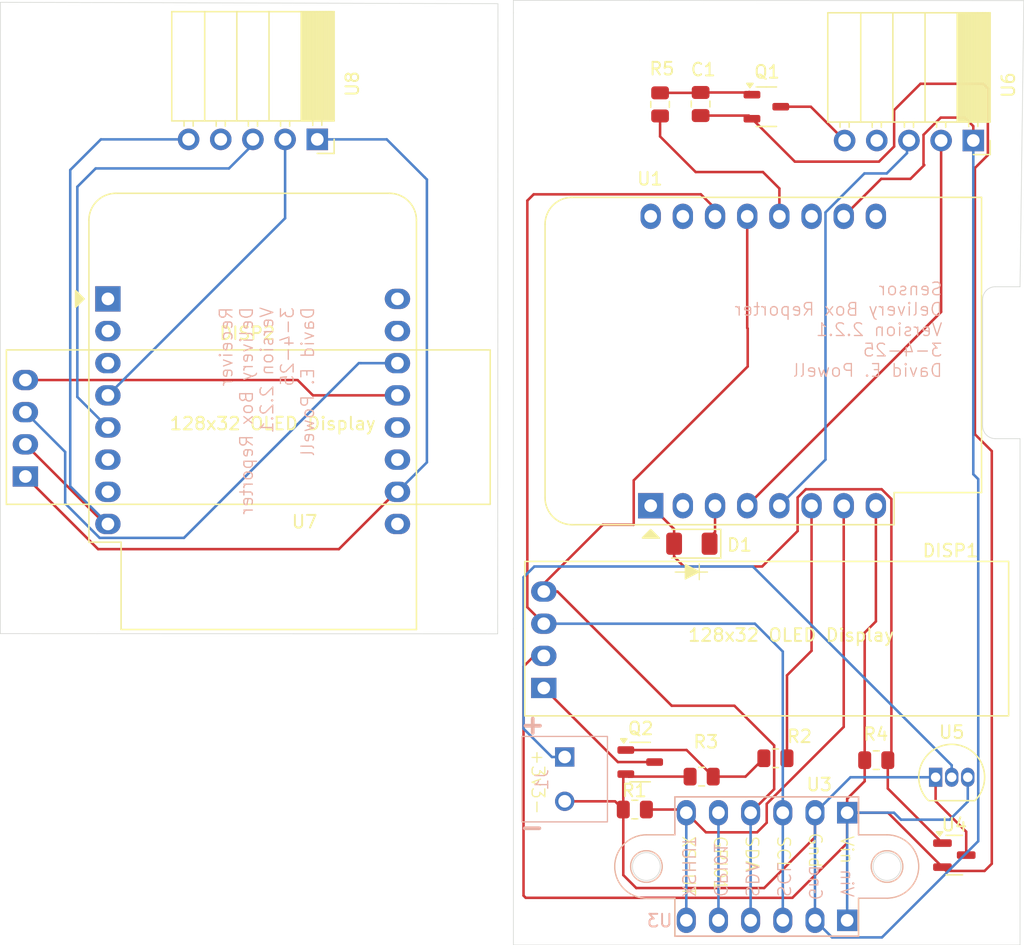
<source format=kicad_pcb>
(kicad_pcb (version 20240108) (generator "pcbnew") (generator_version "8.0")
  (layers (0 "F.Cu" signal) (31 "B.Cu" signal) (36 "B.SilkS" user "B.Silkscreen") (37 "F.SilkS" user "F.Silkscreen") (38 "B.Mask" user) (39 "F.Mask" user) (44 "Edge.Cuts" user))
  (net 0 "")
  (net 1 "Net-(D1-K)")
  (net 2 "Net-(D1-A)")
  (net 3 "Earth")
  (net 4 "Net-(Q2-B)")
  (net 5 "Net-(DISP1-Gnd)")
  (net 6 "Net-(U1-MOSI{slash}D7)")
  (net 10 "+3.3V")
  (net 12 "Net-(DISP1-SCL)")
  (net 13 "Net-(U1-CS{slash}D8)")
  (net 14 "Net-(DISP2-SCL)")
  (net 16 "Net-(DISP1-SDA)")
  (net 17 "unconnected-(U3-GPIO1-Pad5)")
  (net 18 "/SS RX")
  (net 19 "/SS TX")
  (net 21 "Net-(J1-Pin_1)")
  (net 22 "Net-(DISP2-SDA)")
  (net 26 "Net-(DISP2-Gnd)")
  (net 27 "/Receiver/SS TX")
  (net 35 "/Receiver/SS RX")
  (net 37 "/Receiver/3v3B")
  (net 38 "Net-(Q1-C)")
  (net 39 "Net-(Q1-B)")
  (net 40 "/LoRa En")
  (footprint "Resistor_SMD:R_0805_2012Metric" (layer "F.Cu") (at 143.4875 115.15)
    (property "Reference" "R2")
    (property "Value" "10K")
  )
  (footprint "Connector_PinSocket_2.54mm:PinSocket_1x05_P2.54mm_Horizontal" (layer "F.Cu") (at 107.315 66.26 -90)
    (property "Reference" "U8")
    (property "Value" "~")
  )
  (footprint "Package_TO_SOT_THT:TO-92_Inline" (layer "F.Cu") (at 156.135 116.65)
    (property "Reference" "U5")
    (property "Value" "MCP1702-3302E")
  )
  (footprint "Package_TO_SOT_SMD:SOT-23" (layer "F.Cu") (at 157.6125 122.8)
    (property "Reference" "U4")
    (property "Value" "TLV803EA30VDBZR")
  )
  (footprint "Connector_PinSocket_2.54mm:PinSocket_1x05_P2.54mm_Horizontal" (layer "F.Cu") (at 159.11 66.35 -90)
    (property "Reference" "U6")
    (property "Value" "~")
  )
  (footprint "Resistor_SMD:R_0805_2012Metric" (layer "F.Cu") (at 137.58 63.4675 90)
    (property "Reference" "C1")
    (property "Value" "22 μF")
  )
  (footprint "Resistor_SMD:R_0805_2012Metric" (layer "F.Cu") (at 132.3875 119.2)
    (property "Reference" "R1")
    (property "Value" "10K")
  )
  (footprint "Resistor_SMD:R_0805_2012Metric" (layer "F.Cu") (at 151.4475 115.3 180)
    (property "Reference" "R4")
    (property "Value" "10K")
  )
  (footprint "Resistor_SMD:R_0805_2012Metric" (layer "F.Cu") (at 137.6625 116.6)
    (property "Reference" "R3")
    (property "Value" "10K")
  )
  (footprint "Module:WEMOS_D1_mini_light" (layer "F.Cu") (at 90.785 78.86)
    (property "Reference" "U7")
    (property "Value" "WeMos_D1_mini")
  )
  (footprint "Davids_Footprints:MMBT3904-7-F_SOT-23-3" (layer "F.Cu") (at 142.7725 63.68)
    (property "Reference" "Q1")
    (property "Value" "2N3906")
  )
  (footprint "Davids_Footprints:OLED_0.91_128x32" (layer "F.Cu") (at 125.1732 109.5902)
    (property "Reference" "DISP1")
    (property "Value" "128x32_OLED_Display" (hide yes))
  )
  (footprint "Davids_Footprints:OLED_0.91_128x32" (layer "F.Cu") (at 84.2432 92.8802)
    (property "Reference" "DISP2")
    (property "Value" "128x32_OLED_Display" (hide yes))
  )
  (footprint "Module:WEMOS_D1_mini_light" (layer "F.Cu") (at 133.64 95.2 90)
    (property "Reference" "U1")
    (property "Value" "ESP8266 D1 Mini")
  )
  (footprint "Diode_SMD:D_1206_3216Metric" (layer "F.Cu") (at 136.8875 98.2 180)
    (property "Reference" "D1")
    (property "Value" "1N914")
  )
  (footprint "Resistor_SMD:R_0805_2012Metric" (layer "F.Cu") (at 134.38 63.4975 90)
    (property "Reference" "R5")
    (property "Value" "1K")
  )
  (footprint "Davids_Footprints:MMBT3904-7-F_SOT-23-3" (layer "F.Cu") (at 132.8125 115.45)
    (property "Reference" "Q2")
    (property "Value" "2N3904")
  )
  (footprint "Davids_Footprints:GY-VL53LOX-V2 Distance Sensor" (layer "F.Cu") (at 142.8 119.45 180)
    (property "Reference" "U3")
    (property "Value" "~")
  )
  (footprint "Davids_Footprints:GY-VL53LOX-V2 Distance Sensor" (layer "B.Cu") (at 142.8 127.95 180)
    (property "Reference" "U3")
    (property "Value" "~")
  )
  (footprint "Davids_Footprints:KF350 2 Pin Terminal Block" (layer "B.Cu") (at 126.85 115.05 -90)
    (property "Reference" "J1")
    (property "Value" "Solar Power 4v-6v")
  )
  (gr_line (start 137.475 99.79) (end 137.475 101.04) (stroke (width 0.1)) (layer "F.SilkS"))
  (gr_poly (pts (xy 136.375 99.84) (xy 136.375 100.99) (xy 137.475 100.415)) (stroke (width 0.1)) (fill solid) (layer "F.SilkS"))
  (gr_line (start 135.575 100.44) (end 138.125 100.44) (stroke (width 0.1)) (layer "F.SilkS"))
  (gr_line (start 162.8 129.9) (end 122.8 129.9) (stroke (width 0.05)) (layer "Edge.Cuts"))
  (gr_line (start 82.29 105.3) (end 82.3 55.43) (stroke (width 0.05)) (layer "Edge.Cuts"))
  (gr_line (start 122.8 56.275) (end 122.8 55.275) (stroke (width 0.05)) (layer "Edge.Cuts"))
  (gr_line (start 163.1 55.3) (end 162.8 77.9) (stroke (width 0.05)) (layer "Edge.Cuts"))
  (gr_line (start 122.8 55.275) (end 163.1 55.3) (stroke (width 0.05)) (layer "Edge.Cuts"))
  (gr_line (start 121.58 55.54) (end 121.56 105.32) (stroke (width 0.05)) (layer "Edge.Cuts"))
  (gr_arc (start 160.85 89.9) (mid 160.142893 89.607107) (end 159.85 88.9) (stroke (width 0.05)) (layer "Edge.Cuts"))
  (gr_line (start 159.85 78.9) (end 159.85 88.9) (stroke (width 0.05)) (layer "Edge.Cuts"))
  (gr_line (start 162.8 89.9) (end 162.8 129.9) (stroke (width 0.05)) (layer "Edge.Cuts"))
  (gr_line (start 122.8 129.9) (end 122.8 104.91) (stroke (width 0.05)) (layer "Edge.Cuts"))
  (gr_arc (start 159.85 78.9) (mid 160.142893 78.192893) (end 160.85 77.9) (stroke (width 0.05)) (layer "Edge.Cuts"))
  (gr_line (start 122.8 104.91) (end 122.8 56.275) (stroke (width 0.05)) (layer "Edge.Cuts"))
  (gr_circle (center 133.3 123.7) (end 134.4 123.7) (stroke (width 0.05)) (fill none) (layer "Edge.Cuts"))
  (gr_line (start 162.8 89.9) (end 160.85 89.9) (stroke (width 0.05)) (layer "Edge.Cuts"))
  (gr_line (start 162.8 77.9) (end 160.85 77.9) (stroke (width 0.05)) (layer "Edge.Cuts"))
  (gr_line (start 82.3 55.43) (end 121.58 55.54) (stroke (width 0.05)) (layer "Edge.Cuts"))
  (gr_circle (center 152.3 123.7) (end 153.4 123.7) (stroke (width 0.05)) (fill none) (layer "Edge.Cuts"))
  (gr_line (start 121.56 105.32) (end 82.29 105.3) (stroke (width 0.05)) (layer "Edge.Cuts"))
  (gr_text "+" (at 123.2 113.35 0) (layer "B.SilkS") (effects (font (size 1.5 1.5) (thickness 0.3) (bold yes)) (justify left bottom)))
  (gr_text "Receiver\nDelivery Box Reporter\nVersion 2.2.1\n3-4-25\nDavid E. Powell" (at 107.145 79.43 90) (layer "B.SilkS") (effects (font (size 1 1) (thickness 0.1)) (justify left bottom mirror)))
  (gr_text "Sensor\nDelivery Box Reporter\nVersion 2.2.1\n3-4-25\nDavid E. Powell" (at 156.74 85.1 0) (layer "B.SilkS") (effects (font (size 1 1) (thickness 0.1)) (justify left bottom mirror)))
  (gr_text "-" (at 123.15 121.45 0) (layer "B.SilkS") (effects (font (size 1.5 1.5) (thickness 0.3) (bold yes)) (justify left bottom)))
  (gr_text "+3v3-" (at 124.15 114.4 -90) (layer "F.SilkS") (effects (font (size 1 1) (thickness 0.1)) (justify left bottom)))
  (segment (start 138.72 95.2) (end 138.72 97.28) (width 0.2) (layer "F.Cu") (net 1))
  (segment (start 138.72 97.28) (end 137.8 98.2) (width 0.2) (layer "F.Cu") (net 1))
  (segment (start 133.64 95.2) (end 135.4875 97.0475) (width 0.2) (layer "F.Cu") (net 2))
  (segment (start 135.4875 99.2275) (end 136.26 100) (width 0.2) (layer "F.Cu") (net 2))
  (segment (start 151.875635 93.9) (end 152.642843 94.667208) (width 0.2) (layer "F.Cu") (net 2))
  (segment (start 152.36 117.535) (end 156.392158 121.567158) (width 0.2) (layer "F.Cu") (net 2))
  (segment (start 152.36 115.3) (end 152.36 117.535) (width 0.2) (layer "F.Cu") (net 2))
  (segment (start 152.642843 94.667208) (end 152.642843 115.017158) (width 0.2) (layer "F.Cu") (net 2))
  (segment (start 145.884365 93.9) (end 151.875635 93.9) (width 0.2) (layer "F.Cu") (net 2))
  (segment (start 142.44 100) (end 145.24 97.2) (width 0.2) (layer "F.Cu") (net 2))
  (segment (start 135.4875 97.0475) (end 135.4875 98.2) (width 0.2) (layer "F.Cu") (net 2))
  (segment (start 135.4875 98.2) (end 135.4875 99.2275) (width 0.2) (layer "F.Cu") (net 2))
  (segment (start 145.24 94.544365) (end 145.884365 93.9) (width 0.2) (layer "F.Cu") (net 2))
  (segment (start 136.26 100) (end 142.44 100) (width 0.2) (layer "F.Cu") (net 2))
  (segment (start 145.24 97.2) (end 145.24 94.544365) (width 0.2) (layer "F.Cu") (net 2))
  (segment (start 154.15 69.38) (end 151.84 69.38) (width 0.2) (layer "F.Cu") (net 3))
  (segment (start 155.18 65.9) (end 155.18 68.23) (width 0.2) (layer "F.Cu") (net 3))
  (segment (start 158.55 120.95) (end 156.135 118.535) (width 0.2) (layer "F.Cu") (net 3))
  (segment (start 158.55 122.8) (end 158.55 120.95) (width 0.2) (layer "F.Cu") (net 3))
  (segment (start 155.24 68.29) (end 154.15 69.38) (width 0.2) (layer "F.Cu") (net 3))
  (segment (start 158.43 64.54) (end 156.54 64.54) (width 0.2) (layer "F.Cu") (net 3))
  (segment (start 131.475 119.2) (end 131.475 124.375) (width 0.2) (layer "F.Cu") (net 3))
  (segment (start 126.8 118.55) (end 130.825 118.55) (width 0.2) (layer "F.Cu") (net 3))
  (segment (start 131.675 116.4) (end 131.7 116.4) (width 0.2) (layer "F.Cu") (net 3))
  (segment (start 159.11 65.22) (end 158.43 64.54) (width 0.2) (layer "F.Cu") (net 3))
  (segment (start 156.135 118.535) (end 156.135 116.65) (width 0.2) (layer "F.Cu") (net 3))
  (segment (start 132.5 125.4) (end 142.6 125.4) (width 0.2) (layer "F.Cu") (net 3))
  (segment (start 131.475 124.375) (end 132.5 125.4) (width 0.2) (layer "F.Cu") (net 3))
  (segment (start 146.61 121.39) (end 146.61 119.45) (width 0.2) (layer "F.Cu") (net 3))
  (segment (start 151.84 69.38) (end 148.88 72.34) (width 0.2) (layer "F.Cu") (net 3))
  (segment (start 130.825 118.55) (end 131.475 119.2) (width 0.2) (layer "F.Cu") (net 3))
  (segment (start 131.475 116.6) (end 131.675 116.4) (width 0.2) (layer "F.Cu") (net 3))
  (segment (start 131.475 119.2) (end 131.475 116.6) (width 0.2) (layer "F.Cu") (net 3))
  (segment (start 156.54 64.54) (end 155.18 65.9) (width 0.2) (layer "F.Cu") (net 3))
  (segment (start 159.11 66.35) (end 159.11 65.22) (width 0.2) (layer "F.Cu") (net 3))
  (segment (start 131.9 116.6) (end 136.75 116.6) (width 0.2) (layer "F.Cu") (net 3))
  (segment (start 155.18 68.23) (end 155.24 68.29) (width 0.2) (layer "F.Cu") (net 3))
  (segment (start 142.6 125.4) (end 146.61 121.39) (width 0.2) (layer "F.Cu") (net 3))
  (segment (start 131.7 116.4) (end 131.9 116.6) (width 0.2) (layer "F.Cu") (net 3))
  (segment (start 147.96 129.3) (end 146.61 127.95) (width 0.2) (layer "B.Cu") (net 3))
  (segment (start 148.88 72.53) (end 148.88 72.34) (width 0.2) (layer "B.Cu") (net 3))
  (segment (start 159.5 121.7) (end 151.9 129.3) (width 0.2) (layer "B.Cu") (net 3))
  (segment (start 159.11 66.35) (end 159.11 92.71) (width 0.2) (layer "B.Cu") (net 3))
  (segment (start 149.41 116.65) (end 156.135 116.65) (width 0.2) (layer "B.Cu") (net 3))
  (segment (start 159.11 92.71) (end 159.5 93.1) (width 0.2) (layer "B.Cu") (net 3))
  (segment (start 146.61 119.45) (end 149.41 116.65) (width 0.2) (layer "B.Cu") (net 3))
  (segment (start 159.5 93.1) (end 159.5 121.7) (width 0.2) (layer "B.Cu") (net 3))
  (segment (start 151.9 129.3) (end 147.96 129.3) (width 0.2) (layer "B.Cu") (net 3))
  (segment (start 146.61 127.95) (end 146.61 119.45) (width 0.2) (layer "B.Cu") (net 3))
  (segment (start 141.125 116.6) (end 142.575 115.15) (width 0.2) (layer "F.Cu") (net 4))
  (segment (start 138.575 116.6) (end 141.125 116.6) (width 0.2) (layer "F.Cu") (net 4))
  (segment (start 136.475 114.5) (end 138.575 116.6) (width 0.2) (layer "F.Cu") (net 4))
  (segment (start 131.675 114.5) (end 136.475 114.5) (width 0.2) (layer "F.Cu") (net 4))
  (segment (start 131.05 115.45) (end 125.2 109.6) (width 0.2) (layer "F.Cu") (net 5))
  (segment (start 133.95 115.45) (end 131.05 115.45) (width 0.2) (layer "F.Cu") (net 5))
  (segment (start 146.34 106.66) (end 146.34 95.2) (width 0.2) (layer "F.Cu") (net 6))
  (segment (start 144.4 108.6) (end 146.34 106.66) (width 0.2) (layer "F.Cu") (net 6))
  (segment (start 144.4 115.15) (end 144.4 108.6) (width 0.2) (layer "F.Cu") (net 6))
  (segment (start 151.66 68.02) (end 152.86 66.82) (width 0.2) (layer "F.Cu") (net 10))
  (segment (start 154.94 61.87) (end 159.9 61.87) (width 0.2) (layer "F.Cu") (net 10))
  (segment (start 160.26 67.5) (end 159.239044 68.520956) (width 0.2) (layer "F.Cu") (net 10))
  (segment (start 149.15 118.35) (end 150.535 116.965) (width 0.2) (layer "F.Cu") (net 10))
  (segment (start 152.375 119.45) (end 149.15 119.45) (width 0.2) (layer "F.Cu") (net 10))
  (segment (start 151.42 95.2) (end 151.42 104.34) (width 0.2) (layer "F.Cu") (net 10))
  (segment (start 158.55 116.775) (end 158.675 116.65) (width 0.2) (layer "F.Cu") (net 10))
  (segment (start 156.974999 124.049999) (end 156.675 123.75) (width 0.2) (layer "F.Cu") (net 10))
  (segment (start 141.635 64.63) (end 145.025 68.02) (width 0.2) (layer "F.Cu") (net 10))
  (segment (start 159.239044 89.555453) (end 160.57 90.886409) (width 0.2) (layer "F.Cu") (net 10))
  (segment (start 123.773067 126.173067) (end 144.826933 126.173067) (width 0.2) (layer "F.Cu") (net 10))
  (segment (start 141.635 64.705) (end 141.705 64.775) (width 0.2) (layer "F.Cu") (net 10))
  (segment (start 145.025 68.02) (end 151.66 68.02) (width 0.2) (layer "F.Cu") (net 10))
  (segment (start 150.535 116.965) (end 150.535 115.3) (width 0.2) (layer "F.Cu") (net 10))
  (segment (start 149.15 121.85) (end 149.15 119.45) (width 0.2) (layer "F.Cu") (net 10))
  (segment (start 156.675 123.75) (end 152.375 119.45) (width 0.2) (layer "F.Cu") (net 10))
  (segment (start 137.58 64.38) (end 141.385 64.38) (width 0.2) (layer "F.Cu") (net 10))
  (segment (start 125.2 107.06) (end 125.06 107.2) (width 0.2) (layer "F.Cu") (net 10))
  (segment (start 141.385 64.38) (end 141.635 64.63) (width 0.2) (layer "F.Cu") (net 10))
  (segment (start 150.51 105.45) (end 150.535 105.475) (width 0.2) (layer "F.Cu") (net 10))
  (segment (start 150.535 105.475) (end 150.535 115.3) (width 0.2) (layer "F.Cu") (net 10))
  (segment (start 160.000001 124.049999) (end 156.974999 124.049999) (width 0.2) (layer "F.Cu") (net 10))
  (segment (start 152.86 63.95) (end 154.94 61.87) (width 0.2) (layer "F.Cu") (net 10))
  (segment (start 152.86 66.82) (end 152.86 63.95) (width 0.2) (layer "F.Cu") (net 10))
  (segment (start 159.239044 68.520956) (end 159.239044 89.555453) (width 0.2) (layer "F.Cu") (net 10))
  (segment (start 123.6 126) (end 123.773067 126.173067) (width 0.2) (layer "F.Cu") (net 10))
  (segment (start 159.9 61.87) (end 160.26 62.23) (width 0.2) (layer "F.Cu") (net 10))
  (segment (start 123.6 107.9) (end 123.6 126) (width 0.2) (layer "F.Cu") (net 10))
  (segment (start 160.57 90.886409) (end 160.57 123.48) (width 0.2) (layer "F.Cu") (net 10))
  (segment (start 144.826933 126.173067) (end 149.15 121.85) (width 0.2) (layer "F.Cu") (net 10))
  (segment (start 150.51 105.25) (end 150.51 105.45) (width 0.2) (layer "F.Cu") (net 10))
  (segment (start 149.15 119.45) (end 149.15 118.35) (width 0.2) (layer "F.Cu") (net 10))
  (segment (start 151.42 104.34) (end 150.51 105.25) (width 0.2) (layer "F.Cu") (net 10))
  (segment (start 160.57 123.48) (end 160.000001 124.049999) (width 0.2) (layer "F.Cu") (net 10))
  (segment (start 124.3 107.2) (end 123.6 107.9) (width 0.2) (layer "F.Cu") (net 10))
  (segment (start 160.26 62.23) (end 160.26 67.5) (width 0.2) (layer "F.Cu") (net 10))
  (segment (start 141.635 64.63) (end 141.635 64.705) (width 0.2) (layer "F.Cu") (net 10))
  (segment (start 125.06 107.2) (end 124.3 107.2) (width 0.2) (layer "F.Cu") (net 10))
  (segment (start 158.675 116.65) (end 158.675 118.575) (width 0.2) (layer "B.Cu") (net 10))
  (segment (start 152.85 119.45) (end 149.15 119.45) (width 0.2) (layer "B.Cu") (net 10))
  (segment (start 158.675 118.575) (end 157.25 120) (width 0.2) (layer "B.Cu") (net 10))
  (segment (start 149.15 127.95) (end 149.15 119.45) (width 0.2) (layer "B.Cu") (net 10))
  (segment (start 157.25 120) (end 153.4 120) (width 0.2) (layer "B.Cu") (net 10))
  (segment (start 153.4 120) (end 152.85 119.45) (width 0.2) (layer "B.Cu") (net 10))
  (segment (start 124.4 70.6) (end 137.6 70.6) (width 0.2) (layer "F.Cu") (net 12))
  (segment (start 137.6 70.6) (end 138.72 71.72) (width 0.2) (layer "F.Cu") (net 12))
  (segment (start 123.9 103.22) (end 123.9 71.1) (width 0.2) (layer "F.Cu") (net 12))
  (segment (start 123.9 71.1) (end 124.4 70.6) (width 0.2) (layer "F.Cu") (net 12))
  (segment (start 125.2 104.52) (end 123.9 103.22) (width 0.2) (layer "F.Cu") (net 12))
  (segment (start 138.72 71.72) (end 138.72 72.34) (width 0.2) (layer "F.Cu") (net 12))
  (segment (start 144.07 106.72) (end 141.87 104.52) (width 0.2) (layer "B.Cu") (net 12))
  (segment (start 144.07 119.45) (end 144.07 106.72) (width 0.2) (layer "B.Cu") (net 12))
  (segment (start 144.07 127.95) (end 144.07 119.45) (width 0.2) (layer "B.Cu") (net 12))
  (segment (start 141.87 104.52) (end 125.2 104.52) (width 0.2) (layer "B.Cu") (net 12))
  (segment (start 142.8 120.24044) (end 142.04044 121) (width 0.2) (layer "F.Cu") (net 13))
  (segment (start 148.88 95.2) (end 148.88 112.671155) (width 0.2) (layer "F.Cu") (net 13))
  (segment (start 142.8 118.751155) (end 142.8 120.24044) (width 0.2) (layer "F.Cu") (net 13))
  (segment (start 136.2 119.2) (end 136.45 119.45) (width 0.2) (layer "F.Cu") (net 13))
  (segment (start 133.3 119.2) (end 136.2 119.2) (width 0.2) (layer "F.Cu") (net 13))
  (segment (start 142.04044 121) (end 138 121) (width 0.2) (layer "F.Cu") (net 13))
  (segment (start 148.88 112.671155) (end 142.8 118.751155) (width 0.2) (layer "F.Cu") (net 13))
  (segment (start 138 121) (end 136.45 119.45) (width 0.2) (layer "F.Cu") (net 13))
  (segment (start 136.45 127.95) (end 136.45 119.45) (width 0.2) (layer "B.Cu") (net 13))
  (segment (start 110.73 83.93) (end 110.74 83.94) (width 0.2) (layer "B.Cu") (net 14))
  (segment (start 87.41 95.020635) (end 90.129365 97.74) (width 0.2) (layer "B.Cu") (net 14))
  (segment (start 87.41 90.95) (end 87.41 95.020635) (width 0.2) (layer "B.Cu") (net 14))
  (segment (start 110.74 83.94) (end 113.645 83.94) (width 0.2) (layer "B.Cu") (net 14))
  (segment (start 84.27 87.81) (end 87.41 90.95) (width 0.2) (layer "B.Cu") (net 14))
  (segment (start 110.6 83.93) (end 110.73 83.93) (width 0.2) (layer "B.Cu") (net 14))
  (segment (start 90.129365 97.74) (end 96.79 97.74) (width 0.2) (layer "B.Cu") (net 14))
  (segment (start 96.79 97.74) (end 110.6 83.93) (width 0.2) (layer "B.Cu") (net 14))
  (segment (start 141.3 81.2) (end 141.3 84.2) (width 0.2) (layer "F.Cu") (net 16))
  (segment (start 141.3 84.2) (end 132.3 93.2) (width 0.2) (layer "F.Cu") (net 16))
  (segment (start 132.3 96.7) (end 129.86 96.7) (width 0.2) (layer "F.Cu") (net 16))
  (segment (start 141.05 118.97) (end 141.53 119.45) (width 0.2) (layer "F.Cu") (net 16))
  (segment (start 132.3 93.2) (end 132.3 96.7) (width 0.2) (layer "F.Cu") (net 16))
  (segment (start 141.26 81.16) (end 141.3 81.2) (width 0.2) (layer "F.Cu") (net 16))
  (segment (start 141.26 72.34) (end 141.26 81.16) (width 0.2) (layer "F.Cu") (net 16))
  (segment (start 126.27763 101.98) (end 135.29763 111) (width 0.2) (layer "F.Cu") (net 16))
  (segment (start 140.25 111) (end 143.3875 114.1375) (width 0.2) (layer "F.Cu") (net 16))
  (segment (start 143.3875 117.5925) (end 141.53 119.45) (width 0.2) (layer "F.Cu") (net 16))
  (segment (start 125.2 101.98) (end 126.27763 101.98) (width 0.2) (layer "F.Cu") (net 16))
  (segment (start 125.2 101.36) (end 125.2 101.98) (width 0.2) (layer "F.Cu") (net 16))
  (segment (start 135.29763 111) (end 140.25 111) (width 0.2) (layer "F.Cu") (net 16))
  (segment (start 129.86 96.7) (end 125.2 101.36) (width 0.2) (layer "F.Cu") (net 16))
  (segment (start 143.3875 114.1375) (end 143.3875 117.5925) (width 0.2) (layer "F.Cu") (net 16))
  (segment (start 141.53 127.95) (end 141.53 119.45) (width 0.2) (layer "B.Cu") (net 16))
  (segment (start 138.99 127.95) (end 138.99 119.45) (width 0.2) (layer "B.Cu") (net 17))
  (segment (start 141.26 95.2) (end 156.57 79.89) (width 0.2) (layer "F.Cu") (net 18))
  (segment (start 156.57 79.89) (end 156.57 66.35) (width 0.2) (layer "F.Cu") (net 18))
  (segment (start 153.875 66.505) (end 154.03 66.35) (width 0.2) (layer "B.Cu") (net 19))
  (segment (start 152.275 68.95) (end 153.875 67.35) (width 0.2) (layer "B.Cu") (net 19))
  (segment (start 150.514365 68.95) (end 152.275 68.95) (width 0.2) (layer "B.Cu") (net 19))
  (segment (start 147.44 72.024365) (end 150.514365 68.95) (width 0.2) (layer "B.Cu") (net 19))
  (segment (start 147.44 91.56) (end 147.44 72.024365) (width 0.2) (layer "B.Cu") (net 19))
  (segment (start 153.875 67.35) (end 153.875 66.505) (width 0.2) (layer "B.Cu") (net 19))
  (segment (start 143.8 95.2) (end 147.44 91.56) (width 0.2) (layer "B.Cu") (net 19))
  (segment (start 125.838 115.05) (end 123.6 112.812) (width 0.2) (layer "B.Cu") (net 21))
  (segment (start 123.6 100.85) (end 124.45 100) (width 0.2) (layer "B.Cu") (net 21))
  (segment (start 124.45 100) (end 141.705 100) (width 0.2) (layer "B.Cu") (net 21))
  (segment (start 123.6 112.812) (end 123.6 100.85) (width 0.2) (layer "B.Cu") (net 21))
  (segment (start 141.705 100) (end 157.405 115.7) (width 0.2) (layer "B.Cu") (net 21))
  (segment (start 126.8 115.05) (end 125.838 115.05) (width 0.2) (layer "B.Cu") (net 21))
  (segment (start 157.405 115.7) (end 157.405 116.65) (width 0.2) (layer "B.Cu") (net 21))
  (segment (start 106.97 86.48) (end 113.645 86.48) (width 0.2) (layer "F.Cu") (net 22))
  (segment (start 105.76 85.27) (end 106.97 86.48) (width 0.2) (layer "F.Cu") (net 22))
  (segment (start 84.27 85.27) (end 105.76 85.27) (width 0.2) (layer "F.Cu") (net 22))
  (segment (start 113.55 94.1) (end 113.645 94.1) (width 0.2) (layer "F.Cu") (net 26))
  (segment (start 84.27 92.89) (end 90.01 98.63) (width 0.2) (layer "F.Cu") (net 26))
  (segment (start 109.02 98.63) (end 113.55 94.1) (width 0.2) (layer "F.Cu") (net 26))
  (segment (start 90.01 98.63) (end 109.02 98.63) (width 0.2) (layer "F.Cu") (net 26))
  (segment (start 115.97 69.43) (end 115.795 69.255) (width 0.2) (layer "B.Cu") (net 26))
  (segment (start 112.8 66.26) (end 107.315 66.26) (width 0.2) (layer "B.Cu") (net 26))
  (segment (start 113.645 94.1) (end 115.97 91.775) (width 0.2) (layer "B.Cu") (net 26))
  (segment (start 115.795 69.255) (end 112.8 66.26) (width 0.2) (layer "B.Cu") (net 26))
  (segment (start 115.97 91.775) (end 115.97 69.43) (width 0.2) (layer "B.Cu") (net 26))
  (segment (start 90.785 89.02) (end 88.37 86.605) (width 0.2) (layer "B.Cu") (net 27))
  (segment (start 102.235 66.665) (end 102.235 66.26) (width 0.2) (layer "B.Cu") (net 27))
  (segment (start 100.345 68.555) (end 102.235 66.665) (width 0.2) (layer "B.Cu") (net 27))
  (segment (start 89.82 68.555) (end 100.345 68.555) (width 0.2) (layer "B.Cu") (net 27))
  (segment (start 88.37 70.005) (end 89.82 68.555) (width 0.2) (layer "B.Cu") (net 27))
  (segment (start 88.37 86.605) (end 88.37 70.005) (width 0.2) (layer "B.Cu") (net 27))
  (segment (start 90.785 86.48) (end 104.775 72.49) (width 0.2) (layer "B.Cu") (net 35))
  (segment (start 104.775 72.49) (end 104.775 66.26) (width 0.2) (layer "B.Cu") (net 35))
  (segment (start 84.27 90.35) (end 90.56 96.64) (width 0.2) (layer "F.Cu") (net 37))
  (segment (start 90.56 96.64) (end 90.785 96.64) (width 0.2) (layer "F.Cu") (net 37))
  (segment (start 87.81 93.665) (end 87.81 68.68) (width 0.2) (layer "B.Cu") (net 37))
  (segment (start 90.785 96.64) (end 87.81 93.665) (width 0.2) (layer "B.Cu") (net 37))
  (segment (start 90.23 66.26) (end 97.155 66.26) (width 0.2) (layer "B.Cu") (net 37))
  (segment (start 87.81 68.68) (end 90.23 66.26) (width 0.2) (layer "B.Cu") (net 37))
  (segment (start 146.28 63.68) (end 148.95 66.35) (width 0.2) (layer "F.Cu") (net 38))
  (segment (start 143.91 63.68) (end 146.28 63.68) (width 0.2) (layer "F.Cu") (net 38))
  (segment (start 137.55 62.585) (end 137.58 62.555) (width 0.2) (layer "F.Cu") (net 39))
  (segment (start 137.58 62.555) (end 141.46 62.555) (width 0.2) (layer "F.Cu") (net 39))
  (segment (start 141.46 62.555) (end 141.635 62.73) (width 0.2) (layer "F.Cu") (net 39))
  (segment (start 141.415 62.51) (end 141.635 62.73) (width 0.2) (layer "F.Cu") (net 39))
  (segment (start 134.38 62.585) (end 137.55 62.585) (width 0.2) (layer "F.Cu") (net 39))
  (segment (start 143.53 72.07) (end 143.8 72.34) (width 0.2) (layer "F.Cu") (net 40))
  (segment (start 143.8 70.14) (end 143.8 72.34) (width 0.2) (layer "F.Cu") (net 40))
  (segment (start 134.38 64.41) (end 134.38 66.03) (width 0.2) (layer "F.Cu") (net 40))
  (segment (start 142.5 68.84) (end 143.8 70.14) (width 0.2) (layer "F.Cu") (net 40))
  (segment (start 137.19 68.84) (end 142.5 68.84) (width 0.2) (layer "F.Cu") (net 40))
  (segment (start 134.38 66.03) (end 137.19 68.84) (width 0.2) (layer "F.Cu") (net 40))
)
</source>
